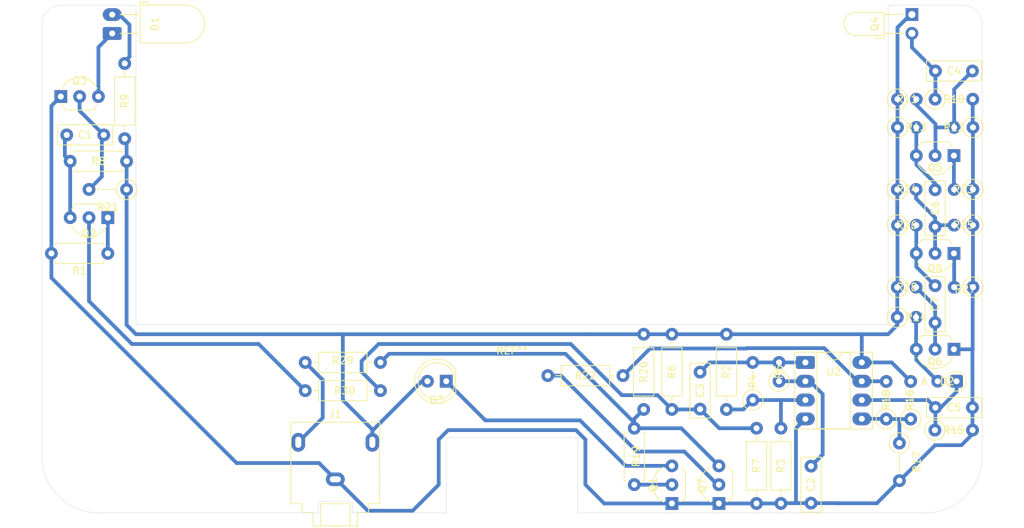
<source format=kicad_pcb>
(kicad_pcb (version 20241229) (generator "pcbnew") (generator_version "9.0")
  (layers (0 "F.Cu" signal) (2 "B.Cu" signal) (13 "F.Paste" user) (15 "B.Paste" user) (5 "F.SilkS" user "F.Silkscreen") (7 "B.SilkS" user "B.Silkscreen") (1 "F.Mask" user) (3 "B.Mask" user) (25 "Edge.Cuts" user))
  (net 0 "")
  (net 1 "GND")
  (net 2 "Net-(U2A--)")
  (net 3 "Net-(Q2-B)")
  (net 4 "Net-(C3-Pad1)")
  (net 5 "Net-(Q5-B)")
  (net 6 "Net-(Q4-E)")
  (net 7 "Net-(D2-K)")
  (net 8 "Net-(D1-K)")
  (net 9 "Net-(D1-A)")
  (net 10 "Net-(D2-A)")
  (net 11 "Net-(D3-K)")
  (net 12 "Net-(Q2-C)")
  (net 13 "VCC")
  (net 14 "Net-(Q5-C)")
  (net 15 "INT")
  (net 16 "Net-(Q7-B)")
  (net 17 "Net-(U2A-+)")
  (net 18 "Net-(U2B-+)")
  (net 19 "Net-(R18-Pad2)")
  (net 20 "Net-(Q1-B)")
  (net 21 "Net-(Q3-B)")
  (net 22 "Net-(Q8-B)")
  (net 23 "Net-(Q8-C)")
  (net 24 "Net-(Q6-B)")
  (net 25 "Net-(Q2-E)")
  (net 26 "Net-(Q5-E)")
  (net 27 "Net-(Q8-E)")
  (net 28 "Net-(Q7-C)")
  (net 29 "Net-(C3-Pad2)")
  (footprint "Resistor_THT:R_Axial_DIN0207_L6.3mm_D2.5mm_P10.16mm_Horizontal" (layer "F.Cu") (at 117.856 69.85 -90)
    (property "Reference" "R2" (at 5.08 0 270) (layer "F.SilkS"))
    (property "Value" "10k")
    (pad "1" thru_hole circle (at 0 0 270) (size 1.7272 1.7272) (drill 0.8128) (layers "*.Cu" "*.Mask") (net 13 "VCC"))
    (pad "2" thru_hole circle (at 10.16 0 270) (size 1.7272 1.7272) (drill 0.8128) (layers "*.Cu" "*.Mask") (net 17 "Net-(U2A-+)"))
  )
  (footprint "Resistor_THT:R_Axial_DIN0207_L6.3mm_D2.5mm_P5.08mm_Vertical" (layer "F.Cu") (at 121.412 78.74 90)
    (property "Reference" "R4" (at 2.54 0 90) (layer "F.SilkS"))
    (property "Value" "10k")
    (pad "1" thru_hole circle (at 0 0 90) (size 1.7272 1.7272) (drill 0.8128) (layers "*.Cu" "*.Mask") (net 17 "Net-(U2A-+)"))
    (pad "2" thru_hole circle (at 5.08 0 90) (size 1.7272 1.7272) (drill 0.8128) (layers "*.Cu" "*.Mask") (net 4 "Net-(C3-Pad1)"))
  )
  (footprint "Resistor_THT:R_Axial_DIN0207_L6.3mm_D2.5mm_P5.08mm_Vertical" (layer "F.Cu") (at 141.224 84.553 -90)
    (property "Reference" "R17" (at 2.54 -2.37 270) (layer "F.SilkS"))
    (property "Value" "47k")
    (pad "1" thru_hole circle (at 0 0 270) (size 1.7272 1.7272) (drill 0.8128) (layers "*.Cu" "*.Mask") (net 18 "Net-(U2B-+)"))
    (pad "2" thru_hole circle (at 5.08 0 270) (size 1.7272 1.7272) (drill 0.8128) (layers "*.Cu" "*.Mask") (net 1 "GND"))
  )
  (footprint "Resistor_THT:R_Axial_DIN0207_L6.3mm_D2.5mm_P7.62mm_Horizontal" (layer "F.Cu") (at 34.29 58.928 180)
    (property "Reference" "R1" (at 3.81 -2.37 0) (layer "F.SilkS"))
    (property "Value" "2k2")
    (pad "1" thru_hole circle (at 0 0 180) (size 1.7272 1.7272) (drill 0.8128) (layers "*.Cu" "*.Mask") (net 25 "Net-(Q2-E)"))
    (pad "2" thru_hole circle (at 7.62 0 180) (size 1.7272 1.7272) (drill 0.8128) (layers "*.Cu" "*.Mask") (net 1 "GND"))
  )
  (footprint "Package_TO_SOT_THT:TO-92_Inline_Wide" (layer "F.Cu") (at 148.59 71.882 180)
    (property "Reference" "Q6" (at 2.54 -1.651 0) (layer "F.SilkS"))
    (property "Value" "2N3904")
    (pad "1" thru_hole rect (at 0 0 180) (size 1.7272 1.7272) (drill 0.8128) (layers "*.Cu" "*.Mask") (net 1 "GND"))
    (pad "2" thru_hole circle (at 2.54 0 180) (size 1.7272 1.7272) (drill 0.8128) (layers "*.Cu" "*.Mask") (net 24 "Net-(Q6-B)"))
    (pad "3" thru_hole circle (at 5.08 0 180) (size 1.7272 1.7272) (drill 0.8128) (layers "*.Cu" "*.Mask") (net 10 "Net-(D2-A)"))
  )
  (footprint "Resistor_THT:R_Axial_DIN0207_L6.3mm_D2.5mm_P2.54mm_Vertical" (layer "F.Cu") (at 140.97 55.118)
    (property "Reference" "R26" (at 1.27 0 0) (layer "F.SilkS"))
    (property "Value" "10k")
    (pad "1" thru_hole circle (at 0 0) (size 1.7272 1.7272) (drill 0.8128) (layers "*.Cu" "*.Mask") (net 13 "VCC"))
    (pad "2" thru_hole circle (at 2.54 0) (size 1.7272 1.7272) (drill 0.8128) (layers "*.Cu" "*.Mask") (net 23 "Net-(Q8-C)"))
  )
  (footprint "Resistor_THT:R_Axial_DIN0207_L6.3mm_D2.5mm_P2.54mm_Vertical" (layer "F.Cu") (at 140.941 63.5)
    (property "Reference" "R28" (at 1.299 0 0) (layer "F.SilkS"))
    (property "Value" "1M")
    (pad "1" thru_hole circle (at 0 0) (size 1.7272 1.7272) (drill 0.8128) (layers "*.Cu" "*.Mask") (net 13 "VCC"))
    (pad "2" thru_hole circle (at 2.54 0) (size 1.7272 1.7272) (drill 0.8128) (layers "*.Cu" "*.Mask") (net 24 "Net-(Q6-B)"))
  )
  (footprint "Resistor_THT:R_Axial_DIN0207_L6.3mm_D2.5mm_P2.54mm_Vertical" (layer "F.Cu") (at 140.97 38.1)
    (property "Reference" "R11" (at 1.27 0 0) (layer "F.SilkS"))
    (property "Value" "22k")
    (pad "1" thru_hole circle (at 0 0) (size 1.7272 1.7272) (drill 0.8128) (layers "*.Cu" "*.Mask") (net 13 "VCC"))
    (pad "2" thru_hole circle (at 2.54 0) (size 1.7272 1.7272) (drill 0.8128) (layers "*.Cu" "*.Mask") (net 5 "Net-(Q5-B)"))
  )
  (footprint "Resistor_THT:R_Axial_DIN0207_L6.3mm_D2.5mm_P7.62mm_Horizontal" (layer "F.Cu") (at 36.83 46.482 180)
    (property "Reference" "R8" (at 3.81 0 180) (layer "F.SilkS"))
    (property "Value" "10k")
    (pad "1" thru_hole circle (at 0 0 180) (size 1.7272 1.7272) (drill 0.8128) (layers "*.Cu" "*.Mask") (net 13 "VCC"))
    (pad "2" thru_hole circle (at 7.62 0 180) (size 1.7272 1.7272) (drill 0.8128) (layers "*.Cu" "*.Mask") (net 12 "Net-(Q2-C)"))
  )
  (footprint "Resistor_THT:R_Axial_DIN0207_L6.3mm_D2.5mm_P10.16mm_Horizontal" (layer "F.Cu") (at 71.12 77.47 180)
    (property "Reference" "R30" (at 4.826 0 0) (layer "F.SilkS"))
    (property "Value" "0")
    (pad "1" thru_hole circle (at 0 0 180) (size 1.7272 1.7272) (drill 0.8128) (layers "*.Cu" "*.Mask") (net 29 "Net-(C3-Pad2)"))
    (pad "2" thru_hole circle (at 10.16 0 180) (size 1.7272 1.7272) (drill 0.8128) (layers "*.Cu" "*.Mask") (net 3 "Net-(Q2-B)"))
  )
  (footprint "LED_THT:LED_D5.0mm_Horizontal_O3.81mm_Z3.0mm" (layer "F.Cu") (at 34.885 29.215 90)
    (property "Reference" "D1" (at 1.275 5.755 90) (layer "F.SilkS"))
    (property "Value" "LED IR")
    (pad "1" thru_hole roundrect (at 0 0 90) (size 1.7272 2.54) (drill 0.8128) (layers "*.Cu" "*.Mask") (roundrect_rratio 0.1447429365) (net 8 "Net-(D1-K)"))
    (pad "2" thru_hole oval (at 2.54 0 90) (size 1.7272 2.54) (drill 0.8128) (layers "*.Cu" "*.Mask") (net 9 "Net-(D1-A)"))
  )
  (footprint "MountingHole:MountingHole_3.2mm_M3" (layer "F.Cu") (at 148.59 29.21)
    (property "Reference" "REF**" (hide yes))
    (property "Value" "MountingHole_3.2mm_M3")
    (pad "" np_thru_hole circle (at 0 0) (size 3.2 3.2) (drill 3.2) (layers "*.Cu" "*.Mask"))
  )
  (footprint "Resistor_THT:R_Axial_DIN0207_L6.3mm_D2.5mm_P2.54mm_Vertical" (layer "F.Cu") (at 151.159 50.292 180)
    (property "Reference" "R23" (at 1.27 0 0) (layer "F.SilkS"))
    (property "Value" "220")
    (pad "1" thru_hole circle (at 0 0 180) (size 1.7272 1.7272) (drill 0.8128) (layers "*.Cu" "*.Mask") (net 1 "GND"))
    (pad "2" thru_hole circle (at 2.54 0 180) (size 1.7272 1.7272) (drill 0.8128) (layers "*.Cu" "*.Mask") (net 26 "Net-(Q5-E)"))
  )
  (footprint "Resistor_THT:R_Axial_DIN0207_L6.3mm_D2.5mm_P2.54mm_Vertical" (layer "F.Cu") (at 151.159 55.118 180)
    (property "Reference" "R25" (at 1.299 0 0) (layer "F.SilkS"))
    (property "Value" "100k")
    (pad "1" thru_hole circle (at 0 0 180) (size 1.7272 1.7272) (drill 0.8128) (layers "*.Cu" "*.Mask") (net 1 "GND"))
    (pad "2" thru_hole circle (at 2.54 0 180) (size 1.7272 1.7272) (drill 0.8128) (layers "*.Cu" "*.Mask") (net 22 "Net-(Q8-B)"))
  )
  (footprint "Package_TO_SOT_THT:TO-92_Inline_Wide" (layer "F.Cu") (at 116.84 92.71 90)
    (property "Reference" "Q7" (at 2.413 -2.286 90) (layer "F.SilkS"))
    (property "Value" "2N3904")
    (pad "1" thru_hole rect (at 0 0 90) (size 1.7272 1.7272) (drill 0.8128) (layers "*.Cu" "*.Mask") (net 1 "GND"))
    (pad "2" thru_hole circle (at 2.54 0 90) (size 1.7272 1.7272) (drill 0.8128) (layers "*.Cu" "*.Mask") (net 16 "Net-(Q7-B)"))
    (pad "3" thru_hole circle (at 5.08 0 90) (size 1.7272 1.7272) (drill 0.8128) (layers "*.Cu" "*.Mask") (net 28 "Net-(Q7-C)"))
  )
  (footprint "Package_TO_SOT_THT:TO-92_Inline_Wide" (layer "F.Cu") (at 148.59 45.72 180)
    (property "Reference" "Q5" (at 2.54 -1.63 0) (layer "F.SilkS"))
    (property "Value" "2N3904")
    (pad "1" thru_hole rect (at 0 0 180) (size 1.7272 1.7272) (drill 0.8128) (layers "*.Cu" "*.Mask") (net 26 "Net-(Q5-E)"))
    (pad "2" thru_hole circle (at 2.54 0 180) (size 1.7272 1.7272) (drill 0.8128) (layers "*.Cu" "*.Mask") (net 5 "Net-(Q5-B)"))
    (pad "3" thru_hole circle (at 5.08 0 180) (size 1.7272 1.7272) (drill 0.8128) (layers "*.Cu" "*.Mask") (net 14 "Net-(Q5-C)"))
  )
  (footprint "Resistor_THT:R_Axial_DIN0207_L6.3mm_D2.5mm_P2.54mm_Vertical" (layer "F.Cu") (at 140.941 67.564)
    (property "Reference" "R14" (at 2.54 0 0) (layer "F.SilkS"))
    (property "Value" "10k")
    (pad "1" thru_hole circle (at 0 0) (size 1.7272 1.7272) (drill 0.8128) (layers "*.Cu" "*.Mask") (net 13 "VCC"))
    (pad "2" thru_hole circle (at 2.54 0) (size 1.7272 1.7272) (drill 0.8128) (layers "*.Cu" "*.Mask") (net 10 "Net-(D2-A)"))
  )
  (footprint "Resistor_THT:R_Axial_DIN0207_L6.3mm_D2.5mm_P2.54mm_Vertical" (layer "F.Cu") (at 140.97 41.91)
    (property "Reference" "R13" (at 2.54 0 0) (layer "F.SilkS"))
    (property "Value" "2k2")
    (pad "1" thru_hole circle (at 0 0) (size 1.7272 1.7272) (drill 0.8128) (layers "*.Cu" "*.Mask") (net 13 "VCC"))
    (pad "2" thru_hole circle (at 2.54 0) (size 1.7272 1.7272) (drill 0.8128) (layers "*.Cu" "*.Mask") (net 14 "Net-(Q5-C)"))
  )
  (footprint "Resistor_THT:R_Axial_DIN0207_L6.3mm_D2.5mm_P5.08mm_Vertical" (layer "F.Cu") (at 146.05 38.1)
    (property "Reference" "R10" (at 2.54 0 0) (layer "F.SilkS"))
    (property "Value" "360")
    (pad "1" thru_hole circle (at 0 0) (size 1.7272 1.7272) (drill 0.8128) (layers "*.Cu" "*.Mask") (net 6 "Net-(Q4-E)"))
    (pad "2" thru_hole circle (at 5.08 0) (size 1.7272 1.7272) (drill 0.8128) (layers "*.Cu" "*.Mask") (net 1 "GND"))
  )
  (footprint "Package_DIP:DIP-8_W7.62mm_Socket_LongPads" (layer "F.Cu") (at 128.524 73.66)
    (property "Reference" "U2" (at 3.81 1.27 0) (layer "F.SilkS"))
    (property "Value" "LM358")
    (pad "1" thru_hole roundrect (at 0 0) (size 2.54 1.7272) (drill 0.8128) (layers "*.Cu" "*.Mask") (roundrect_rratio 0.1447429365) (net 4 "Net-(C3-Pad1)"))
    (pad "2" thru_hole oval (at 0 2.54) (size 2.54 1.7272) (drill 0.8128) (layers "*.Cu" "*.Mask") (net 2 "Net-(U2A--)"))
    (pad "3" thru_hole oval (at 0 5.08) (size 2.54 1.7272) (drill 0.8128) (layers "*.Cu" "*.Mask") (net 17 "Net-(U2A-+)"))
    (pad "4" thru_hole oval (at 0 7.62) (size 2.54 1.7272) (drill 0.8128) (layers "*.Cu" "*.Mask") (net 1 "GND"))
    (pad "5" thru_hole oval (at 7.62 7.62) (size 2.54 1.7272) (drill 0.8128) (layers "*.Cu" "*.Mask") (net 18 "Net-(U2B-+)"))
    (pad "6" thru_hole oval (at 7.62 5.08) (size 2.54 1.7272) (drill 0.8128) (layers "*.Cu" "*.Mask") (net 7 "Net-(D2-K)"))
    (pad "7" thru_hole oval (at 7.62 2.54) (size 2.54 1.7272) (drill 0.8128) (layers "*.Cu" "*.Mask") (net 19 "Net-(R18-Pad2)"))
    (pad "8" thru_hole oval (at 7.62 0) (size 2.54 1.7272) (drill 0.8128) (layers "*.Cu" "*.Mask") (net 13 "VCC"))
  )
  (footprint "Resistor_THT:R_Axial_DIN0207_L6.3mm_D2.5mm_P5.08mm_Vertical" (layer "F.Cu") (at 36.83 50.292 180)
    (property "Reference" "R21" (at 2.54 -2.37 180) (layer "F.SilkS"))
    (property "Value" "100k")
    (pad "1" thru_hole circle (at 0 0 180) (size 1.7272 1.7272) (drill 0.8128) (layers "*.Cu" "*.Mask") (net 13 "VCC"))
    (pad "2" thru_hole circle (at 5.08 0 180) (size 1.7272 1.7272) (drill 0.8128) (layers "*.Cu" "*.Mask") (net 21 "Net-(Q3-B)"))
  )
  (footprint "Capacitor_THT:C_Rect_L7.2mm_W2.5mm_P5.00mm_FKS2_FKP2_MKS2_MKP2" (layer "F.Cu") (at 151.09 79.756 180)
    (property "Reference" "C5" (at 2.5 0 0) (layer "F.SilkS"))
    (property "Value" "4n7")
    (pad "1" thru_hole circle (at 0 0 180) (size 1.7272 1.7272) (drill 0.8128) (layers "*.Cu" "*.Mask") (net 1 "GND"))
    (pad "2" thru_hole circle (at 5 0 180) (size 1.7272 1.7272) (drill 0.8128) (layers "*.Cu" "*.Mask") (net 7 "Net-(D2-K)"))
  )
  (footprint "LED_THT:LED_D3.0mm_Horizontal_O3.81mm_Z2.0mm" (layer "F.Cu") (at 142.915 26.665 -90)
    (property "Reference" "Q4" (at 1.27 4.993 270) (layer "F.SilkS"))
    (property "Value" "BPW40")
    (pad "1" thru_hole rect (at 0 0 270) (size 1.7272 1.7272) (drill 0.9652) (layers "*.Cu" "*.Mask") (net 13 "VCC"))
    (pad "2" thru_hole circle (at 2.54 0 270) (size 1.7272 1.7272) (drill 0.9652) (layers "*.Cu" "*.Mask") (net 6 "Net-(Q4-E)"))
  )
  (footprint "Resistor_THT:R_Axial_DIN0207_L6.3mm_D2.5mm_P10.16mm_Horizontal" (layer "F.Cu") (at 60.96 73.66)
    (property "Reference" "R29" (at 5.08 -0.254 0) (layer "F.SilkS"))
    (property "Value" "0")
    (pad "1" thru_hole circle (at 0 0) (size 1.7272 1.7272) (drill 0.8128) (layers "*.Cu" "*.Mask") (net 15 "INT"))
    (pad "2" thru_hole circle (at 10.16 0) (size 1.7272 1.7272) (drill 0.8128) (layers "*.Cu" "*.Mask") (net 28 "Net-(Q7-C)"))
  )
  (footprint "Capacitor_THT:C_Rect_L7.2mm_W2.5mm_P5.00mm_FKS2_FKP2_MKS2_MKP2" (layer "F.Cu") (at 114.3 74.97 -90)
    (property "Reference" "C3" (at 2.5 0 90) (layer "F.SilkS"))
    (property "Value" "10n")
    (pad "1" thru_hole circle (at 0 0 270) (size 1.7272 1.7272) (drill 0.8128) (layers "*.Cu" "*.Mask") (net 4 "Net-(C3-Pad1)"))
    (pad "2" thru_hole circle (at 5 0 270) (size 1.7272 1.7272) (drill 0.8128) (layers "*.Cu" "*.Mask") (net 29 "Net-(C3-Pad2)"))
  )
  (footprint "Resistor_THT:R_Axial_DIN0207_L6.3mm_D2.5mm_P10.16mm_Horizontal" (layer "F.Cu") (at 106.68 69.85 -90)
    (property "Reference" "R20" (at 5.08 0 270) (layer "F.SilkS"))
    (property "Value" "10k")
    (pad "1" thru_hole circle (at 0 0 270) (size 1.7272 1.7272) (drill 0.8128) (layers "*.Cu" "*.Mask") (net 13 "VCC"))
    (pad "2" thru_hole circle (at 10.16 0 270) (size 1.7272 1.7272) (drill 0.8128) (layers "*.Cu" "*.Mask") (net 28 "Net-(Q7-C)"))
  )
  (footprint "MountingHole:MountingHole_3.2mm_M3" (layer "F.Cu") (at 29.21 29.21)
    (property "Reference" "REF**" (hide yes))
    (property "Value" "MountingHole_3.2mm_M3")
    (pad "" np_thru_hole circle (at 0 0) (size 3.2 3.2) (drill 3.2) (layers "*.Cu" "*.Mask"))
  )
  (footprint "Connector_Audio:Jack_3.5mm_CUI_SJ1-3523N_Horizontal" (layer "F.Cu") (at 65.024 89.448)
    (property "Reference" "J1" (at 0 -8.8 0) (layer "F.SilkS"))
    (property "Value" "AudioJack3_SwitchTR")
    (pad "" np_thru_hole circle (at -5 0) (size 1.2 1.2) (drill 1.2) (layers "*.Cu" "*.Mask"))
    (pad "" np_thru_hole circle (at -5 2.5) (size 1.2 1.2) (drill 1.2) (layers "*.Cu" "*.Mask"))
    (pad "" np_thru_hole circle (at 0 -5) (size 1.2 1.2) (drill 1.2) (layers "*.Cu" "*.Mask"))
    (pad "" np_thru_hole circle (at 5 0) (size 1.2 1.2) (drill 1.2) (layers "*.Cu" "*.Mask"))
    (pad "" np_thru_hole circle (at 5 2.5) (size 1.2 1.2) (drill 1.2) (layers "*.Cu" "*.Mask"))
    (pad "R" thru_hole oval (at -5 -5) (size 1.8288 2.54) (drill oval 0.8128 1.524) (layers "*.Cu" "*.Mask") (net 15 "INT"))
    (pad "S" thru_hole oval (at 0 0) (size 2.54 1.8288) (drill oval 1.524 0.8128) (layers "*.Cu" "*.Mask") (net 1 "GND"))
    (pad "T" thru_hole oval (at 5 -5) (size 1.8288 2.54) (drill oval 0.8128 1.524) (layers "*.Cu" "*.Mask") (net 13 "VCC"))
  )
  (footprint "Resistor_THT:R_Axial_DIN0207_L6.3mm_D2.5mm_P10.16mm_Horizontal" (layer "F.Cu") (at 110.49 69.85 -90)
    (property "Reference" "R6" (at 5.08 0 90) (layer "F.SilkS"))
    (property "Value" "22k")
    (pad "1" thru_hole circle (at 0 0 270) (size 1.7272 1.7272) (drill 0.8128) (layers "*.Cu" "*.Mask") (net 13 "VCC"))
    (pad "2" thru_hole circle (at 10.16 0 270) (size 1.7272 1.7272) (drill 0.8128) (layers "*.Cu" "*.Mask") (net 29 "Net-(C3-Pad2)"))
  )
  (footprint "Resistor_THT:R_Axial_DIN0207_L6.3mm_D2.5mm_P7.62mm_Horizontal" (layer "F.Cu") (at 105.41 82.55 -90)
    (property "Reference" "R19" (at 3.81 -0.254 270) (layer "F.SilkS"))
    (property "Value" "220")
    (pad "1" thru_hole circle (at 0 0 270) (size 1.7272 1.7272) (drill 0.8128) (layers "*.Cu" "*.Mask") (net 28 "Net-(Q7-C)"))
    (pad "2" thru_hole circle (at 7.62 0 270) (size 1.7272 1.7272) (drill 0.8128) (layers "*.Cu" "*.Mask") (net 20 "Net-(Q1-B)"))
  )
  (footprint "Resistor_THT:R_Axial_DIN0207_L6.3mm_D2.5mm_P2.54mm_Vertical" (layer "F.Cu") (at 151.159 63.5 180)
    (property "Reference" "R27" (at 1.045 -0.254 0) (layer "F.SilkS"))
    (property "Value" "1k")
    (pad "1" thru_hole circle (at 0 0 180) (size 1.7272 1.7272) (drill 0.8128) (layers "*.Cu" "*.Mask") (net 1 "GND"))
    (pad "2" thru_hole circle (at 2.54 0 180) (size 1.7272 1.7272) (drill 0.8128) (layers "*.Cu" "*.Mask") (net 27 "Net-(Q8-E)"))
  )
  (footprint "MountingHole:MountingHole_3.2mm_M3" (layer "F.Cu") (at 88.9 76.2)
    (property "Reference" "REF**" (at 0 -4.15 0) (layer "F.SilkS"))
    (property "Value" "MountingHole_3.2mm_M3")
    (pad "" np_thru_hole circle (at 0 0) (size 3.2 3.2) (drill 3.2) (layers "*.Cu" "*.Mask"))
  )
  (footprint "Resistor_THT:R_Axial_DIN0207_L6.3mm_D2.5mm_P5.08mm_Vertical" (layer "F.Cu") (at 142.748 81.309 90)
    (property "Reference" "R16" (at 2.54 -0.127 90) (layer "F.SilkS"))
    (property "Value" "47k")
    (pad "1" thru_hole circle (at 0 0 90) (size 1.7272 1.7272) (drill 0.8128) (layers "*.Cu" "*.Mask") (net 18 "Net-(U2B-+)"))
    (pad "2" thru_hole circle (at 5.08 0 90) (size 1.7272 1.7272) (drill 0.8128) (layers "*.Cu" "*.Mask") (net 13 "VCC"))
  )
  (footprint "Capacitor_THT:C_Rect_L7.2mm_W2.5mm_P5.00mm_FKS2_FKP2_MKS2_MKP2" (layer "F.Cu") (at 146.05 50.332 -90)
    (property "Reference" "C6" (at 2.5 0 90) (layer "F.SilkS"))
    (property "Value" "1n")
    (pad "1" thru_hole circle (at 0 0 270) (size 1.7272 1.7272) (drill 0.8128) (layers "*.Cu" "*.Mask") (net 14 "Net-(Q5-C)"))
    (pad "2" thru_hole circle (at 5 0 270) (size 1.7272 1.7272) (drill 0.8128) (layers "*.Cu" "*.Mask") (net 22 "Net-(Q8-B)"))
  )
  (footprint "Capacitor_THT:C_Rect_L7.2mm_W2.5mm_P5.00mm_FKS2_FKP2_MKS2_MKP2" (layer "F.Cu") (at 146.05 63.286 -90)
    (property "Reference" "C7" (at 2.5 0 90) (layer "F.SilkS"))
    (property "Value" "1n")
    (pad "1" thru_hole circle (at 0 0 270) (size 1.7272 1.7272) (drill 0.8128) (layers "*.Cu" "*.Mask") (net 23 "Net-(Q8-C)"))
    (pad "2" thru_hole circle (at 5 0 270) (size 1.7272 1.7272) (drill 0.8128) (layers "*.Cu" "*.Mask") (net 24 "Net-(Q6-B)"))
  )
  (footprint "Capacitor_THT:C_Rect_L7.2mm_W2.5mm_P5.00mm_FKS2_FKP2_MKS2_MKP2" (layer "F.Cu") (at 28.742 42.926)
    (property "Reference" "C1" (at 2.5 0 0) (layer "F.SilkS"))
    (property "Value" "1n")
    (pad "1" thru_hole circle (at 0 0) (size 1.7272 1.7272) (drill 0.8128) (layers "*.Cu" "*.Mask") (net 12 "Net-(Q2-C)"))
    (pad "2" thru_hole circle (at 5 0) (size 1.7272 1.7272) (drill 0.8128) (layers "*.Cu" "*.Mask") (net 21 "Net-(Q3-B)"))
  )
  (footprint "Resistor_THT:R_Axial_DIN0207_L6.3mm_D2.5mm_P10.16mm_Horizontal" (layer "F.Cu") (at 36.576 43.434 90)
    (property "Reference" "R9" (at 5.08 0 90) (layer "F.SilkS"))
    (property "Value" "220")
    (pad "1" thru_hole circle (at 0 0 90) (size 1.7272 1.7272) (drill 0.8128) (layers "*.Cu" "*.Mask") (net 13 "VCC"))
    (pad "2" thru_hole circle (at 10.16 0 90) (size 1.7272 1.7272) (drill 0.8128) (layers "*.Cu" "*.Mask") (net 9 "Net-(D1-A)"))
  )
  (footprint "Resistor_THT:R_Axial_DIN0207_L6.3mm_D2.5mm_P2.54mm_Vertical" (layer "F.Cu") (at 140.941 50.292)
    (property "Reference" "R24" (at 1.299 0 0) (layer "F.SilkS"))
    (property "Value" "220k")
    (pad "1" thru_hole circle (at 0 0) (size 1.7272 1.7272) (drill 0.8128) (layers "*.Cu" "*.Mask") (net 13 "VCC"))
    (pad "2" thru_hole circle (at 2.54 0) (size 1.7272 1.7272) (drill 0.8128) (layers "*.Cu" "*.Mask") (net 22 "Net-(Q8-B)"))
  )
  (footprint "Resistor_THT:R_Axial_DIN0207_L6.3mm_D2.5mm_P2.54mm_Vertical" (layer "F.Cu") (at 151.159 41.91 180)
    (property "Reference" "R12" (at 2.54 0 0) (layer "F.SilkS"))
    (property "Value" "10k")
    (pad "1" thru_hole circle (at 0 0 180) (size 1.7272 1.7272) (drill 0.8128) (layers "*.Cu" "*.Mask") (net 1 "GND"))
    (pad "2" thru_hole circle (at 2.54 0 180) (size 1.7272 1.7272) (drill 0.8128) (layers "*.Cu" "*.Mask") (net 5 "Net-(Q5-B)"))
  )
  (footprint "LED_THT:LED_D5.0mm_Clear" (layer "F.Cu") (at 80.01 76.2 180)
    (property "Reference" "D3" (at 1.27 -2.54 0) (layer "F.SilkS"))
    (property "Value" "LED RED")
    (pad "1" thru_hole rect (at 0 0 180) (size 1.7272 1.7272) (drill 0.8128) (layers "*.Cu" "*.Mask") (net 11 "Net-(D3-K)"))
    (pad "2" thru_hole circle (at 2.54 0 180) (size 1.7272 1.7272) (drill 0.8128) (layers "*.Cu" "*.Mask") (net 13 "VCC"))
  )
  (footprint "Capacitor_THT:C_Rect_L7.2mm_W2.5mm_P5.00mm_FKS2_FKP2_MKS2_MKP2" (layer "F.Cu") (at 129.286 87.67 -90)
    (property "Reference" "C2" (at 2.5 0 90) (layer "F.SilkS"))
    (property "Value" "1n")
    (pad "1" thru_hole circle (at 0 0 270) (size 1.7272 1.7272) (drill 0.8128) (layers "*.Cu" "*.Mask") (net 2 "Net-(U2A--)"))
    (pad "2" thru_hole circle (at 5 0 270) (size 1.7272 1.7272) (drill 0.8128) (layers "*.Cu" "*.Mask") (net 1 "GND"))
  )
  (footprint "Package_TO_SOT_THT:TO-92_Inline_Wide" (layer "F.Cu") (at 110.49 92.71 90)
    (property "Reference" "Q1" (at 2.54 -2.54 90) (layer "F.SilkS"))
    (property "Value" "2N3906")
    (pad "1" thru_hole rect (at 0 0 90) (size 1.7272 1.7272) (drill 0.8128) (layers "*.Cu" "*.Mask") (net 1 "GND"))
    (pad "2" thru_hole circle (at 2.54 0 90) (size 1.7272 1.7272) (drill 0.8128) (layers "*.Cu" "*.Mask") (net 20 "Net-(Q1-B)"))
    (pad "3" thru_hole circle (at 5.08 0 90) (size 1.7272 1.7272) (drill 0.8128) (layers "*.Cu" "*.Mask") (net 11 "Net-(D3-K)"))
  )
  (footprint "Resistor_THT:R_Axial_DIN0207_L6.3mm_D2.5mm_P10.16mm_Horizontal" (layer "F.Cu") (at 121.92 92.71 90)
    (property "Reference" "R7" (at 5.08 0 90) (layer "F.SilkS"))
    (property "Value" "10k")
    (pad "1" thru_hole circle (at 0 0 90) (size 1.7272 1.7272) (drill 0.8128) (layers "*.Cu" "*.Mask") (net 1 "GND"))
    (pad "2" thru_hole circle (at 10.16 0 90) (size 1.7272 1.7272) (drill 0.8128) (layers "*.Cu" "*.Mask") (net 29 "Net-(C3-Pad2)"))
  )
  (footprint "Package_TO_SOT_THT:TO-92_Inline_Wide" (layer "F.Cu") (at 34.29 54.102 180)
    (property "Reference" "Q2" (at 2.54 -2.138 0) (layer "F.SilkS"))
    (property "Value" "2N3904")
    (pad "1" thru_hole rect (at 0 0 180) (size 1.7272 1.7272) (drill 0.8128) (layers "*.Cu" "*.Mask") (net 25 "Net-(Q2-E)"))
    (pad "2" thru_hole circle (at 2.54 0 180) (size 1.7272 1.7272) (drill 0.8128) (layers "*.Cu" "*.Mask") (net 3 "Net-(Q2-B)"))
    (pad "3" thru_hole circle (at 5.08 0 180) (size 1.7272 1.7272) (drill 0.8128) (layers "*.Cu" "*.Mask") (net 12 "Net-(Q2-C)"))
  )
  (footprint "MountingHole:MountingHole_3.2mm_M3" (layer "F.Cu") (at 147.32 88.9)
    (property "Reference" "REF**" (hide yes))
    (property "Value" "MountingHole_3.2mm_M3")
    (pad "" np_thru_hole circle (at 0 0) (size 3.2 3.2) (drill 3.2) (layers "*.Cu" "*.Mask"))
  )
  (footprint "Resistor_THT:R_Axial_DIN0207_L6.3mm_D2.5mm_P10.16mm_Horizontal" (layer "F.Cu") (at 103.886 75.438 180)
    (property "Reference" "R22" (at 5.08 0 0) (layer "F.SilkS"))
    (property "Value" "0")
    (pad "1" thru_hole circle (at 0 0 180) (size 1.7272 1.7272) (drill 0.8128) (layers "*.Cu" "*.Mask") (net 19 "Net-(R18-Pad2)"))
    (pad "2" thru_hole circle (at 10.16 0 180) (size 1.7272 1.7272) (drill 0.8128) (layers "*.Cu" "*.Mask") (net 16 "Net-(Q7-B)"))
  )
  (footprint "Package_TO_SOT_THT:TO-92_Inline_Wide" (layer "F.Cu") (at 27.94 37.74)
    (property "Reference" "Q3" (at 2.54 -2.138 0) (layer "F.SilkS"))
    (property "Value" "2N3904")
    (pad "1" thru_hole rect (at 0 0) (size 1.7272 1.7272) (drill 0.8128) (layers "*.Cu" "*.Mask") (net 1 "GND"))
    (pad "2" thru_hole circle (at 2.54 0) (size 1.7272 1.7272) (drill 0.8128) (layers "*.Cu" "*.Mask") (net 21 "Net-(Q3-B)"))
    (pad "3" thru_hole circle (at 5.08 0) (size 1.7272 1.7272) (drill 0.8128) (layers "*.Cu" "*.Mask") (net 8 "Net-(D1-K)"))
  )
  (footprint "Resistor_THT:R_Axial_DIN0207_L6.3mm_D2.5mm_P2.54mm_Vertical" (layer "F.Cu") (at 124.968 76.2 90)
    (property "Reference" "R5" (at 1.27 0 90) (layer "F.SilkS"))
    (property "Value" "1k3")
    (pad "1" thru_hole circle (at 0 0 90) (size 1.7272 1.7272) (drill 0.8128) (layers "*.Cu" "*.Mask") (net 2 "Net-(U2A--)"))
    (pad "2" thru_hole circle (at 2.54 0 90) (size 1.7272 1.7272) (drill 0.8128) (layers "*.Cu" "*.Mask") (net 4 "Net-(C3-Pad1)"))
  )
  (footprint "Capacitor_THT:C_Rect_L7.2mm_W2.5mm_P5.00mm_FKS2_FKP2_MKS2_MKP2" (layer "F.Cu") (at 146.09 34.29)
    (property "Reference" "C4" (at 2.5 0 0) (layer "F.SilkS"))
    (property "Value" "1n")
    (pad "1" thru_hole circle (at 0 0) (size 1.7272 1.7272) (drill 0.8128) (layers "*.Cu" "*.Mask") (net 6 "Net-(Q4-E)"))
    (pad "2" thru_hole circle (at 5 0) (size 1.7272 1.7272) (drill 0.8128) (layers "*.Cu" "*.Mask") (net 5 "Net-(Q5-B)"))
  )
  (footprint "Resistor_THT:R_Axial_DIN0207_L6.3mm_D2.5mm_P10.16mm_Horizontal" (layer "F.Cu") (at 125.222 82.55 -90)
    (property "Reference" "R3" (at 5.08 0 90) (layer "F.SilkS"))
    (property "Value" "10k")
    (pad "1" thru_hole circle (at 0 0 270) (size 1.7272 1.7272) (drill 0.8128) (layers "*.Cu" "*.Mask") (net 17 "Net-(U2A-+)"))
    (pad "2" thru_hole circle (at 10.16 0 270) (size 1.7272 1.7272) (drill 0.8128) (layers "*.Cu" "*.Mask") (net 1 "GND"))
  )
  (footprint "Package_TO_SOT_THT:TO-92_Inline_Wide" (layer "F.Cu") (at 148.59 58.928 180)
    (property "Reference" "Q8" (at 2.54 -2.032 0) (layer "F.SilkS"))
    (property "Value" "2N3904")
    (pad "1" thru_hole rect (at 0 0 180) (size 1.7272 1.7272) (drill 0.8128) (layers "*.Cu" "*.Mask") (net 27 "Net-(Q8-E)"))
    (pad "2" thru_hole circle (at 2.54 0 180) (size 1.7272 1.7272) (drill 0.8128) (layers "*.Cu" "*.Mask") (net 22 "Net-(Q8-B)"))
    (pad "3" thru_hole circle (at 5.08 0 180) (size 1.7272 1.7272) (drill 0.8128) (layers "*.Cu" "*.Mask") (net 23 "Net-(Q8-C)"))
  )
  (footprint "Diode_THT:D_DO-35_SOD27_P2.54mm_Vertical_AnodeUp" (layer "F.Cu") (at 148.942315 76.2 180)
    (property "Reference" "D2" (at 1.27 0 180) (layer "F.SilkS"))
    (property "Value" "1N4148")
    (fp_text user "A" (at 4.34 0 180) (layer "F.SilkS"))
    (pad "1" thru_hole roundrect (at 0 0 180) (size 1.7272 1.7272) (drill 0.8128) (layers "*.Cu" "*.Mask") (roundrect_rratio 0.15625) (net 7 "Net-(D2-K)"))
    (pad "2" thru_hole circle (at 2.54 0 180) (size 1.7272 1.7272) (drill 0.8128) (layers "*.Cu" "*.Mask") (net 10 "Net-(D2-A)"))
  )
  (footprint "Resistor_THT:R_Axial_DIN0207_L6.3mm_D2.5mm_P5.08mm_Vertical" (layer "F.Cu") (at 139.446 81.309 90)
    (property "Reference" "R18" (at 2.54 0 90) (layer "F.SilkS"))
    (property "Value" "33k")
    (pad "1" thru_hole circle (at 0 0 90) (size 1.7272 1.7272) (drill 0.8128) (layers "*.Cu" "*.Mask") (net 18 "Net-(U2B-+)"))
    (pad "2" thru_hole circle (at 5.08 0 90) (size 1.7272 1.7272) (drill 0.8128) (layers "*.Cu" "*.Mask") (net 19 "Net-(R18-Pad2)"))
  )
  (footprint "Resistor_THT:R_Axial_DIN0207_L6.3mm_D2.5mm_P5.08mm_Vertical" (layer "F.Cu") (at 146.021 82.804)
    (property "Reference" "R15" (at 2.54 0 0) (layer "F.SilkS"))
    (property "Value" "100k")
    (pad "1" thru_hole circle (at 0 0) (size 1.7272 1.7272) (drill 0.8128) (layers "*.Cu" "*.Mask") (net 7 "Net-(D2-K)"))
    (pad "2" thru_hole circle (at 5.08 0) (size 1.7272 1.7272) (drill 0.8128) (layers "*.Cu" "*.Mask") (net 1 "GND"))
  )
  (footprint "MountingHole:MountingHole_3.2mm_M3" (layer "F.Cu") (at 30.48 88.9)
    (property "Reference" "REF**" (hide yes))
    (property "Value" "MountingHole_3.2mm_M3")
    (pad "" np_thru_hole circle (at 0 0) (size 3.2 3.2) (drill 3.2) (layers "*.Cu" "*.Mask"))
  )
  (gr_arc (start 62.738 92.964) (mid 62.88679 92.60479) (end 63.246 92.456) (stroke (width 0.05)) (layer "Edge.Cuts"))
  (gr_line (start 62.738 93.98) (end 33.02 93.98) (stroke (width 0.05)) (layer "Edge.Cuts"))
  (gr_line (start 97.79 83.82) (end 97.79 93.98) (stroke (width 0.05)) (layer "Edge.Cuts"))
  (gr_arc (start 152.4 86.36) (mid 150.168154 91.748154) (end 144.78 93.98) (stroke (width 0.05)) (layer "Edge.Cuts"))
  (gr_line (start 149.86 25.4) (end 139.7 25.4) (stroke (width 0.05)) (layer "Edge.Cuts"))
  (gr_line (start 38.1 25.4) (end 27.94 25.4) (stroke (width 0.05)) (layer "Edge.Cuts"))
  (gr_line (start 97.79 93.98) (end 144.78 93.98) (stroke (width 0.05)) (layer "Edge.Cuts"))
  (gr_line (start 139.7 68.58) (end 38.1 68.58) (stroke (width 0.05)) (layer "Edge.Cuts"))
  (gr_line (start 67.31 92.964) (end 67.31 93.98) (stroke (width 0.05)) (layer "Edge.Cuts"))
  (gr_line (start 38.1 68.58) (end 38.1 25.4) (stroke (width 0.05)) (layer "Edge.Cuts"))
  (gr_line (start 80.01 83.82) (end 97.79 83.82) (stroke (width 0.05)) (layer "Edge.Cuts"))
  (gr_arc (start 66.802 92.456) (mid 67.16121 92.60479) (end 67.31 92.964) (stroke (width 0.05)) (layer "Edge.Cuts"))
  (gr_line (start 139.7 25.4) (end 139.7 68.58) (stroke (width 0.05)) (layer "Edge.Cuts"))
  (gr_line (start 63.246 92.456) (end 66.802 92.456) (stroke (width 0.05)) (layer "Edge.Cuts"))
  (gr_line (start 25.4 62.23) (end 25.4 27.94) (stroke (width 0.05)) (layer "Edge.Cuts"))
  (gr_arc (start 149.86 25.4) (mid 151.656051 26.143949) (end 152.4 27.94) (stroke (width 0.05)) (layer "Edge.Cuts"))
  (gr_line (start 62.738 93.98) (end 62.738 92.964) (stroke (width 0.05)) (layer "Edge.Cuts"))
  (gr_line (start 152.4 86.36) (end 152.4 27.94) (stroke (width 0.05)) (layer "Edge.Cuts"))
  (gr_line (start 67.31 93.98) (end 80.01 93.98) (stroke (width 0.05)) (layer "Edge.Cuts"))
  (gr_line (start 80.01 93.98) (end 80.01 83.82) (stroke (width 0.05)) (layer "Edge.Cuts"))
  (gr_arc (start 25.4 27.94) (mid 26.143949 26.143949) (end 27.94 25.4) (stroke (width 0.05)) (layer "Edge.Cuts"))
  (gr_arc (start 33.02 93.98) (mid 27.631846 91.748154) (end 25.4 86.36) (stroke (width 0.05)) (layer "Edge.Cuts"))
  (gr_line (start 25.4 86.36) (end 25.4 62.23) (stroke (width 0.05)) (layer "Edge.Cuts"))
  (segment (start 51.689 87.249) (end 26.67 62.23) (width 0.508) (layer "B.Cu") (net 1))
  (segment (start 129.286 92.67) (end 127.254 92.67) (width 0.508) (layer "B.Cu") (net 1))
  (segment (start 151.13 71.882) (end 151.09 71.922) (width 0.508) (layer "B.Cu") (net 1))
  (segment (start 141.253 89.633) (end 146.05 84.836) (width 0.508) (layer "B.Cu") (net 1))
  (segment (start 98.806 90.17) (end 101.346 92.71) (width 0.508) (layer "B.Cu") (net 1))
  (segment (start 26.67 39.01) (end 27.94 37.74) (width 0.508) (layer "B.Cu") (net 1))
  (segment (start 129.286 92.67) (end 132.831 92.67) (width 0.508) (layer "B.Cu") (net 1))
  (segment (start 98.806 84.074) (end 98.806 90.17) (width 0.508) (layer "B.Cu") (net 1))
  (segment (start 151.09 79.756) (end 151.09 82.793) (width 0.508) (layer "B.Cu") (net 1))
  (segment (start 125.222 92.71) (end 121.92 92.71) (width 0.508) (layer "B.Cu") (net 1))
  (segment (start 138.205 92.652) (end 141.224 89.633) (width 0.508) (layer "B.Cu") (net 1))
  (segment (start 65.165375 89.448) (end 69.410375 93.693) (width 0.508) (layer "B.Cu") (net 1))
  (segment (start 151.159 63.529) (end 151.13 63.558) (width 0.508) (layer "B.Cu") (net 1))
  (segment (start 65.024 89.448) (end 65.165375 89.448) (width 0.508) (layer "B.Cu") (net 1))
  (segment (start 125.262 92.67) (end 125.222 92.71) (width 0.508) (layer "B.Cu") (net 1))
  (segment (start 80.264 82.804) (end 97.536 82.804) (width 0.508) (layer "B.Cu") (net 1))
  (segment (start 141.224 89.633) (end 141.253 89.633) (width 0.508) (layer "B.Cu") (net 1))
  (segment (start 26.67 62.23) (end 26.67 58.928) (width 0.508) (layer "B.Cu") (net 1))
  (segment (start 151.159 55.118) (end 151.159 63.5) (width 0.508) (layer "B.Cu") (net 1))
  (segment (start 146.05 84.836) (end 149.606 84.836) (width 0.508) (layer "B.Cu") (net 1))
  (segment (start 78.994 84.074) (end 80.264 82.804) (width 0.508) (layer "B.Cu") (net 1))
  (segment (start 127.254 82.55) (end 127.254 92.67) (width 0.508) (layer "B.Cu") (net 1))
  (segment (start 69.410375 93.693) (end 75.471 93.693) (width 0.508) (layer "B.Cu") (net 1))
  (segment (start 151.159 50.292) (end 151.159 55.118) (width 0.508) (layer "B.Cu") (net 1))
  (segment (start 128.524 81.28) (end 127.254 82.55) (width 0.508) (layer "B.Cu") (net 1))
  (segment (start 110.49 92.71) (end 116.84 92.71) (width 0.508) (layer "B.Cu") (net 1))
  (segment (start 97.536 82.804) (end 98.806 84.074) (width 0.508) (layer "B.Cu") (net 1))
  (segment (start 62.825 87.249) (end 51.689 87.249) (width 0.508) (layer "B.Cu") (net 1))
  (segment (start 101.346 92.71) (end 110.49 92.71) (width 0.508) (layer "B.Cu") (net 1))
  (segment (start 151.159 41.91) (end 151.159 50.292) (width 0.508) (layer "B.Cu") (net 1))
  (segment (start 132.831 92.67) (end 132.842 92.681) (width 0.508) (layer "B.Cu") (net 1))
  (segment (start 149.606 84.836) (end 151.101 83.341) (width 0.508) (layer "B.Cu") (net 1))
  (segment (start 151.13 41.881) (end 151.159 41.91) (width 0.508) (layer "B.Cu") (net 1))
  (segment (start 151.09 71.922) (end 151.09 79.756) (width 0.508) (layer "B.Cu") (net 1))
  (segment (start 151.159 63.5) (end 151.159 63.529) (width 0.508) (layer "B.Cu") (net 1))
  (segment (start 65.024 89.448) (end 62.825 87.249) (width 0.508) (layer "B.Cu") (net 1))
  (segment (start 151.09 82.793) (end 151.101 82.804) (width 0.508) (layer "B.Cu") (net 1))
  (segment (start 148.59 71.882) (end 151.13 71.882) (width 0.508) (layer "B.Cu") (net 1))
  (segment (start 151.101 83.341) (end 151.101 82.804) (width 0.508) (layer "B.Cu") (net 1))
  (segment (start 127.254 92.67) (end 125.262 92.67) (width 0.508) (layer "B.Cu") (net 1))
  (segment (start 75.471 93.693) (end 78.994 90.17) (width 0.508) (layer "B.Cu") (net 1))
  (segment (start 132.842 92.681) (end 138.205 92.681) (width 0.508) (layer "B.Cu") (net 1))
  (segment (start 78.994 90.17) (end 78.994 84.074) (width 0.508) (layer "B.Cu") (net 1))
  (segment (start 138.205 92.681) (end 138.205 92.652) (width 0.508) (layer "B.Cu") (net 1))
  (segment (start 26.67 58.928) (end 26.67 39.01) (width 0.508) (layer "B.Cu") (net 1))
  (segment (start 151.13 38.1) (end 151.13 41.881) (width 0.508) (layer "B.Cu") (net 1))
  (segment (start 151.13 63.558) (end 151.13 71.882) (width 0.508) (layer "B.Cu") (net 1))
  (segment (start 116.84 92.71) (end 121.92 92.71) (width 0.508) (layer "B.Cu") (net 1))
  (segment (start 130.8618 77.939988) (end 129.121812 76.2) (width 0.508) (layer "B.Cu") (net 2))
  (segment (start 124.968 76.2) (end 128.524 76.2) (width 0.508) (layer "B.Cu") (net 2))
  (segment (start 129.286 87.67) (end 130.8618 86.0942) (width 0.508) (layer "B.Cu") (net 2))
  (segment (start 130.8618 86.0942) (end 130.8618 77.939988) (width 0.508) (layer "B.Cu") (net 2))
  (segment (start 129.121812 76.2) (end 128.524 76.2) (width 0.508) (layer "B.Cu") (net 2))
  (segment (start 31.75 65.369308) (end 37.552492 71.1718) (width 0.508) (layer "B.Cu") (net 3))
  (segment (start 54.6618 71.1718) (end 60.96 77.47) (width 0.508) (layer "B.Cu") (net 3))
  (segment (start 31.75 54.102) (end 31.75 65.369308) (width 0.508) (layer "B.Cu") (net 3))
  (segment (start 37.552492 71.1718) (end 54.6618 71.1718) (width 0.508) (layer "B.Cu") (net 3))
  (segment (start 124.968 73.66) (end 128.524 73.66) (width 0.508) (layer "B.Cu") (net 4))
  (segment (start 121.412 73.66) (end 115.61 73.66) (width 0.508) (layer "B.Cu") (net 4))
  (segment (start 124.968 73.66) (end 121.412 73.66) (width 0.508) (layer "B.Cu") (net 4))
  (segment (start 115.61 73.66) (end 114.3 74.97) (width 0.508) (layer "B.Cu") (net 4))
  (segment (start 146.098686 45.671314) (end 146.05 45.72) (width 0.508) (layer "B.Cu") (net 5))
  (segment (start 146.098686 41.450686) (end 146.098686 41.91) (width 0.508) (layer "B.Cu") (net 5))
  (segment (start 146.098686 41.91) (end 148.619 41.91) (width 0.508) (layer "B.Cu") (net 5))
  (segment (start 151.09 34.29) (end 148.619 36.761) (width 0.508) (layer "B.Cu") (net 5))
  (segment (start 148.619 36.761) (end 148.619 41.91) (width 0.508) (layer "B.Cu") (net 5))
  (segment (start 146.098686 41.91) (end 146.098686 45.671314) (width 0.508) (layer "B.Cu") (net 5))
  (segment (start 143.51 38.862) (end 146.098686 41.450686) (width 0.508) (layer "B.Cu") (net 5))
  (segment (start 143.51 38.1) (end 143.51 38.862) (width 0.508) (layer "B.Cu") (net 5))
  (segment (start 142.915 29.205) (end 142.915 31.115) (width 0.508) (layer "B.Cu") (net 6))
  (segment (start 142.915 31.115) (end 146.09 34.29) (width 0.508) (layer "B.Cu") (net 6))
  (segment (start 146.09 38.06) (end 146.05 38.1) (width 0.508) (layer "B.Cu") (net 6))
  (segment (start 146.09 34.29) (end 146.09 38.06) (width 0.508) (layer "B.Cu") (net 6))
  (segment (start 145.074 78.74) (end 146.09 79.756) (width 0.508) (layer "B.Cu") (net 7))
  (segment (start 146.812 79.756) (end 148.942315 77.625685) (width 0.508) (layer "B.Cu") (net 7))
  (segment (start 146.09 79.756) (end 146.09 82.735) (width 0.508) (layer "B.Cu") (net 7))
  (segment (start 146.09 79.756) (end 146.812 79.756) (width 0.508) (layer "B.Cu") (net 7))
  (segment (start 136.144 78.74) (end 145.074 78.74) (width 0.508) (layer "B.Cu") (net 7))
  (segment (start 146.09 82.735) (end 146.021 82.804) (width 0.508) (layer "B.Cu") (net 7))
  (segment (start 148.942315 77.625685) (end 148.942315 76.2) (width 0.508) (layer "B.Cu") (net 7))
  (segment (start 33.02 31.08) (end 34.885 29.215) (width 0.508) (layer "B.Cu") (net 8))
  (segment (start 33.02 37.74) (end 33.02 31.08) (width 0.508) (layer "B.Cu") (net 8))
  (segment (start 37.2228 28.048622) (end 35.849178 26.675) (width 0.508) (layer "B.Cu") (net 9))
  (segment (start 35.849178 26.675) (end 34.885 26.675) (width 0.508) (layer "B.Cu") (net 9))
  (segment (start 36.322 33.274) (end 37.2228 32.3732) (width 0.508) (layer "B.Cu") (net 9))
  (segment (start 37.2228 32.3732) (end 37.2228 28.048622) (width 0.508) (layer "B.Cu") (net 9))
  (segment (start 143.481 67.564) (end 143.481 71.853) (width 0.508) (layer "B.Cu") (net 10))
  (segment (start 143.481 71.853) (end 143.51 71.882) (width 0.508) (layer "B.Cu") (net 10))
  (segment (start 143.862315 72.234315) (end 143.51 71.882) (width 0.508) (layer "B.Cu") (net 10))
  (segment (start 143.51 73.307685) (end 146.402315 76.2) (width 0.508) (layer "B.Cu") (net 10))
  (segment (start 143.51 71.882) (end 143.51 73.307685) (width 0.508) (layer "B.Cu") (net 10))
  (segment (start 85.2922 81.4822) (end 80.01 76.2) (width 0.508) (layer "B.Cu") (net 11))
  (segment (start 98.083508 81.4822) (end 85.2922 81.4822) (width 0.508) (layer "B.Cu") (net 11))
  (segment (start 110.49 87.63) (end 104.231308 87.63) (width 0.508) (layer "B.Cu") (net 11))
  (segment (start 98.806 82.204693) (end 98.083508 81.4822) (width 0.508) (layer "B.Cu") (net 11))
  (segment (start 104.231308 87.63) (end 98.806 82.204693) (width 0.508) (layer "B.Cu") (net 11))
  (segment (start 29.21 54.102) (end 29.21 46.482) (width 0.508) (layer "B.Cu") (net 12))
  (segment (start 28.488 42.926) (end 28.488 45.76) (width 0.508) (layer "B.Cu") (net 12))
  (segment (start 28.488 45.76) (end 29.21 46.482) (width 0.508) (layer "B.Cu") (net 12))
  (segment (start 140.97 28.418587) (end 142.723587 26.665) (width 0.508) (layer "B.Cu") (net 13))
  (segment (start 140.97 41.91) (end 140.97 50.263) (width 0.508) (layer "B.Cu") (net 13))
  (segment (start 36.83 68.58) (end 36.83 50.292) (width 0.508) (layer "B.Cu") (net 13))
  (segment (start 140.179 73.66) (end 142.748 76.229) (width 0.508) (layer "B.Cu") (net 13))
  (segment (start 77.47 76.2) (end 76.708 76.2) (width 0.508) (layer "B.Cu") (net 13))
  (segment (start 140.97 55.118) (end 140.97 63.471) (width 0.508) (layer "B.Cu") (net 13))
  (segment (start 140.97 63.471) (end 140.941 63.5) (width 0.508) (layer "B.Cu") (net 13))
  (segment (start 140.97 41.91) (end 140.97 38.1) (width 0.508) (layer "B.Cu") (net 13))
  (segment (start 66.04 78.74) (end 70.024 82.724) (width 0.508) (layer "B.Cu") (net 13))
  (segment (start 136.144 69.85) (end 139.7 69.85) (width 0.508) (layer "B.Cu") (net 13))
  (segment (start 139.7 69.85) (end 140.941 68.609) (width 0.508) (layer "B.Cu") (net 13))
  (segment (start 66.04 78.74) (end 66.04 69.85) (width 0.508) (layer "B.Cu") (net 13))
  (segment (start 70.024 82.884) (end 70.024 84.448) (width 0.508) (layer "B.Cu") (net 13))
  (segment (start 36.83 46.482) (end 36.83 50.292) (width 0.508) (layer "B.Cu") (net 13))
  (segment (start 106.68 69.85) (end 110.49 69.85) (width 0.508) (layer "B.Cu") (net 13))
  (segment (start 98.806 69.85) (end 106.68 69.85) (width 0.508) (layer "B.Cu") (net 13))
  (segment (start 36.83 46.482) (end 36.83 43.942) (width 0.508) (layer "B.Cu") (net 13))
  (segment (start 140.941 68.609) (end 140.941 67.564) (width 0.508) (layer "B.Cu") (net 13))
  (segment (start 70.024 82.724) (end 70.024 84.448) (width 0.508) (layer "B.Cu") (net 13))
  (segment (start 110.49 69.85) (end 117.856 69.85) (width 0.508) (layer "B.Cu") (net 13))
  (segment (start 140.941 63.5) (end 140.941 67.564) (width 0.508) (layer "B.Cu") (net 13))
  (segment (start 142.723587 26.665) (end 142.915 26.665) (width 0.508) (layer "B.Cu") (net 13))
  (segment (start 66.04 69.85) (end 38.1 69.85) (width 0.508) (layer "B.Cu") (net 13))
  (segment (start 38.1 69.85) (end 36.83 68.58) (width 0.508) (layer "B.Cu") (net 13))
  (segment (start 140.97 50.263) (end 140.941 50.292) (width 0.508) (layer "B.Cu") (net 13))
  (segment (start 140.97 38.1) (end 140.97 28.418587) (width 0.508) (layer "B.Cu") (net 13))
  (segment (start 136.144 73.66) (end 140.179 73.66) (width 0.508) (layer "B.Cu") (net 13))
  (segment (start 140.941 50.292) (end 140.941 55.089) (width 0.508) (layer "B.Cu") (net 13))
  (segment (start 36.83 43.942) (end 36.322 43.434) (width 0.508) (layer "B.Cu") (net 13))
  (segment (start 136.144 73.66) (end 136.144 69.85) (width 0.508) (layer "B.Cu") (net 13))
  (segment (start 66.04 69.85) (end 98.806 69.85) (width 0.508) (layer "B.Cu") (net 13))
  (segment (start 118.11 69.85) (end 136.144 69.85) (width 0.508) (layer "B.Cu") (net 13))
  (segment (start 76.708 76.2) (end 70.024 82.884) (width 0.508) (layer "B.Cu") (net 13))
  (segment (start 143.51 46.941314) (end 146.05 49.481314) (width 0.508) (layer "B.Cu") (net 14))
  (segment (start 143.51 41.91) (end 143.51 45.72) (width 0.508) (layer "B.Cu") (net 14))
  (segment (start 146.05 49.481314) (end 146.05 50.332) (width 0.508) (layer "B.Cu") (net 14))
  (segment (start 143.51 45.72) (end 143.51 46.941314) (width 0.508) (layer "B.Cu") (net 14))
  (segment (start 63.326 76.026) (end 60.96 73.66) (width 0.508) (layer "B.Cu") (net 15))
  (segment (start 63.326 81.146) (end 60.024 84.448) (width 0.508) (layer "B.Cu") (net 15))
  (segment (start 63.326 76.026) (end 63.326 81.146) (width 0.508) (layer "B.Cu") (net 15))
  (segment (start 95.504 75.438) (end 105.7646 85.6986) (width 0.508) (layer "B.Cu") (net 16))
  (segment (start 116.84 90.17) (end 116.648587 90.17) (width 0.508) (layer "B.Cu") (net 16))
  (segment (start 112.177187 85.6986) (end 105.7646 85.6986) (width 0.508) (layer "B.Cu") (net 16))
  (segment (start 93.726 75.438) (end 95.504 75.438) (width 0.508) (layer "B.Cu") (net 16))
  (segment (start 116.648587 90.17) (end 112.177187 85.6986) (width 0.508) (layer "B.Cu") (net 16))
  (segment (start 125.222 78.74) (end 128.524 78.74) (width 0.508) (layer "B.Cu") (net 17))
  (segment (start 125.222 82.55) (end 125.222 78.74) (width 0.508) (layer "B.Cu") (net 17))
  (segment (start 117.856 80.01) (end 120.142 80.01) (width 0.508) (layer "B.Cu") (net 17))
  (segment (start 121.412 78.74) (end 125.222 78.74) (width 0.508) (layer "B.Cu") (net 17))
  (segment (start 120.142 80.01) (end 121.412 78.74) (width 0.508) (layer "B.Cu") (net 17))
  (segment (start 141.224 84.553) (end 141.224 81.309) (width 0.508) (layer "B.Cu") (net 18))
  (segment (start 136.144 81.28) (end 139.417 81.28) (width 0.508) (layer "B.Cu") (net 18))
  (segment (start 141.224 81.309) (end 142.748 81.309) (width 0.508) (layer "B.Cu") (net 18))
  (segment (start 139.417 81.28) (end 139.446 81.309) (width 0.508) (layer "B.Cu") (net 18))
  (segment (start 139.446 81.309) (end 141.224 81.309) (width 0.508) (layer "B.Cu") (net 18))
  (segment (start 137.189 81.309) (end 137.16 81.28) (width 0.508) (layer "B.Cu") (net 18))
  (segment (start 139.417 76.2) (end 139.446 76.229) (width 0.508) (layer "B.Cu") (net 19))
  (segment (start 103.886 75.438) (end 107.5426 71.7814) (width 0.508) (layer "B.Cu") (net 19))
  (segment (start 135.546188 76.2) (end 131.074788 71.7286) (width 0.508) (layer "B.Cu") (net 19))
  (segment (start 136.144 76.2) (end 135.546188 76.2) (width 0.508) (layer "B.Cu") (net 19))
  (segment (start 136.144 76.2) (end 139.417 76.2) (width 0.508) (layer "B.Cu") (net 19))
  (segment (start 137.189 76.229) (end 137.16 76.2) (width 0.508) (layer "B.Cu") (net 19))
  (segment (start 131.074788 71.7286) (end 120.611987 71.7286) (width 0.508) (layer "B.Cu") (net 19))
  (segment (start 120.559187 71.7814) (end 120.611987 71.7286) (width 0.508) (layer "B.Cu") (net 19))
  (segment (start 107.5426 71.7814) (end 120.559187 71.7814) (width 0.508) (layer "B.Cu") (net 19))
  (segment (start 110.49 90.17) (end 105.41 90.17) (width 0.508) (layer "B.Cu") (net 20))
  (segment (start 30.48 39.664) (end 33.742 42.926) (width 0.508) (layer "B.Cu") (net 21))
  (segment (start 30.48 37.74) (end 30.48 39.664) (width 0.508) (layer "B.Cu") (net 21))
  (segment (start 33.488 48.554) (end 31.75 50.292) (width 0.508) (layer "B.Cu") (net 21))
  (segment (start 33.488 42.926) (end 33.488 48.554) (width 0.508) (layer "B.Cu") (net 21))
  (segment (start 143.481 51.533) (end 146.05 54.102) (width 0.508) (layer "B.Cu") (net 22))
  (segment (start 146.05 55.332) (end 146.05 58.928) (width 0.508) (layer "B.Cu") (net 22))
  (segment (start 148.619 55.118) (end 146.264 55.118) (width 0.508) (layer "B.Cu") (net 22))
  (segment (start 146.05 54.102) (end 146.05 55.332) (width 0.508) (layer "B.Cu") (net 22))
  (segment (start 146.264 55.118) (end 146.05 55.332) (width 0.508) (layer "B.Cu") (net 22))
  (segment (start 143.481 50.292) (end 143.481 51.533) (width 0.508) (layer "B.Cu") (net 22))
  (segment (start 146.05 63.286) (end 143.51 60.746) (width 0.508) (layer "B.Cu") (net 23))
  (segment (start 143.51 60.746) (end 143.51 58.928) (width 0.508) (layer "B.Cu") (net 23))
  (segment (start 143.51 55.118) (end 143.51 58.928) (width 0.508) (layer "B.Cu") (net 23))
  (segment (start 146.05 66.069) (end 143.481 63.5) (width 0.508) (layer "B.Cu") (net 24))
  (segment (start 146.05 68.286) (end 146.05 71.882) (width 0.508) (layer "B.Cu") (net 24))
  (segment (start 146.05 68.286) (end 146.05 66.069) (width 0.508) (layer "B.Cu") (net 24))
  (segment (start 34.29 54.102) (end 34.29 58.928) (width 0.508) (layer "B.Cu") (net 25))
  (segment (start 148.59 50.263) (end 148.619 50.292) (width 0.508) (layer "B.Cu") (net 26))
  (segment (start 148.59 45.72) (end 148.59 50.263) (width 0.508) (layer "B.Cu") (net 26))
  (segment (start 148.619 58.957) (end 148.59 58.928) (width 0.508) (layer "B.Cu") (net 27))
  (segment (start 148.619 63.5) (end 148.619 58.957) (width 0.508) (layer "B.Cu") (net 27))
  (segment (start 72.2864 72.4936) (end 96.1156 72.4936) (width 0.508) (layer "B.Cu") (net 28))
  (segment (start 105.41 82.55) (end 105.41 81.28) (width 0.508) (layer "B.Cu") (net 28))
  (segment (start 105.41 81.788) (end 105.41 82.55) (width 0.508) (layer "B.Cu") (net 28))
  (segment (start 111.76 82.55) (end 116.84 87.63) (width 0.508) (layer "B.Cu") (net 28))
  (segment (start 96.1156 72.4936) (end 105.41 81.788) (width 0.508) (layer "B.Cu") (net 28))
  (segment (start 105.41 82.55) (end 111.76 82.55) (width 0.508) (layer "B.Cu") (net 28))
  (segment (start 105.41 81.28) (end 106.68 80.01) (width 0.508) (layer "B.Cu") (net 28))
  (segment (start 71.12 73.66) (end 72.2864 72.4936) (width 0.508) (layer "B.Cu") (net 28))
  (segment (start 103.7326 78.0786) (end 96.8258 71.1718) (width 0.508) (layer "B.Cu") (net 29))
  (segment (start 114.26 80.01) (end 114.3 79.97) (width 0.508) (layer "B.Cu") (net 29))
  (segment (start 110.49 80.01) (end 114.26 80.01) (width 0.508) (layer "B.Cu") (net 29))
  (segment (start 96.8258 71.1718) (end 70.876787 71.1718) (width 0.508) (layer "B.Cu") (net 29))
  (segment (start 110.49 80.01) (end 108.5586 78.0786) (width 0.508) (layer "B.Cu") (net 29))
  (segment (start 70.876787 71.1718) (end 68.58 73.468587) (width 0.508) (layer "B.Cu") (net 29))
  (segment (start 114.3 79.97) (end 116.88 82.55) (width 0.508) (layer "B.Cu") (net 29))
  (segment (start 68.58 73.468587) (end 68.58 74.93) (width 0.508) (layer "B.Cu") (net 29))
  (segment (start 68.58 74.93) (end 71.12 77.47) (width 0.508) (layer "B.Cu") (net 29))
  (segment (start 108.5586 78.0786) (end 103.7326 78.0786) (width 0.508) (layer "B.Cu") (net 29))
  (segment (start 116.88 82.55) (end 121.92 82.55) (width 0.508) (layer "B.Cu") (net 29))
)
</source>
